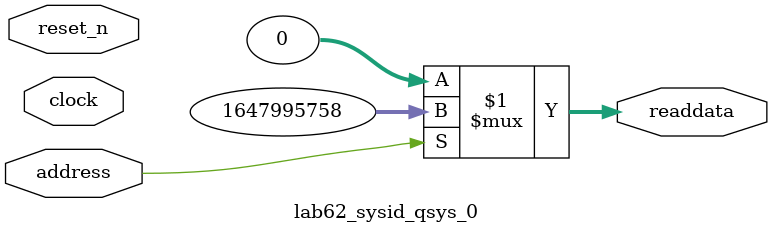
<source format=v>



// synthesis translate_off
`timescale 1ns / 1ps
// synthesis translate_on

// turn off superfluous verilog processor warnings 
// altera message_level Level1 
// altera message_off 10034 10035 10036 10037 10230 10240 10030 

module lab62_sysid_qsys_0 (
               // inputs:
                address,
                clock,
                reset_n,

               // outputs:
                readdata
             )
;

  output  [ 31: 0] readdata;
  input            address;
  input            clock;
  input            reset_n;

  wire    [ 31: 0] readdata;
  //control_slave, which is an e_avalon_slave
  assign readdata = address ? 1647995758 : 0;

endmodule



</source>
